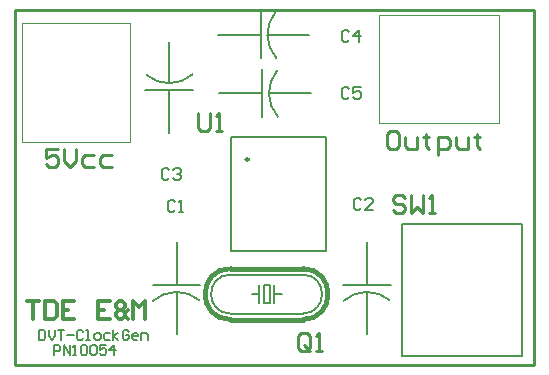
<source format=gto>
G04 Layer_Color=65535*
%FSLAX44Y44*%
%MOMM*%
G71*
G01*
G75*
%ADD14C,0.3000*%
%ADD15C,0.2540*%
%ADD25C,0.2000*%
%ADD26C,0.4064*%
%ADD27C,0.1524*%
%ADD28C,0.2500*%
%ADD29C,0.0500*%
%ADD30C,0.1500*%
D14*
X10640Y53885D02*
X20637D01*
X15638D01*
Y38890D01*
X25635Y53885D02*
Y38890D01*
X33133D01*
X35632Y41389D01*
Y51386D01*
X33133Y53885D01*
X25635D01*
X50627D02*
X40630D01*
Y38890D01*
X50627D01*
X40630Y46388D02*
X45629D01*
X80617Y53885D02*
X70621D01*
Y38890D01*
X80617D01*
X70621Y46388D02*
X75619D01*
X95612Y38890D02*
X93113Y41389D01*
X90614Y38890D01*
X88115D01*
X85616Y41389D01*
Y43888D01*
X88115Y46388D01*
X85616Y48887D01*
Y51386D01*
X88115Y53885D01*
X90614D01*
X93113Y51386D01*
Y48887D01*
X90614Y46388D01*
X93113Y43888D01*
Y41389D01*
X95612Y46388D02*
X93113Y43888D01*
X88115Y46388D02*
X90614D01*
X100611Y38890D02*
Y53885D01*
X105609Y48887D01*
X110608Y53885D01*
Y38890D01*
D15*
X36827Y182875D02*
X26670D01*
Y175257D01*
X31748Y177797D01*
X34288D01*
X36827Y175257D01*
Y170179D01*
X34288Y167640D01*
X29209D01*
X26670Y170179D01*
X41905Y182875D02*
Y172718D01*
X46983Y167640D01*
X52062Y172718D01*
Y182875D01*
X67297Y177797D02*
X59679D01*
X57140Y175257D01*
Y170179D01*
X59679Y167640D01*
X67297D01*
X82532Y177797D02*
X74914D01*
X72375Y175257D01*
Y170179D01*
X74914Y167640D01*
X82532D01*
X322578Y198115D02*
X317499D01*
X314960Y195576D01*
Y185419D01*
X317499Y182880D01*
X322578D01*
X325117Y185419D01*
Y195576D01*
X322578Y198115D01*
X330195Y193037D02*
Y185419D01*
X332734Y182880D01*
X340352D01*
Y193037D01*
X347969Y195576D02*
Y193037D01*
X345430D01*
X350508D01*
X347969D01*
Y185419D01*
X350508Y182880D01*
X358126Y177802D02*
Y193037D01*
X365744D01*
X368283Y190497D01*
Y185419D01*
X365744Y182880D01*
X358126D01*
X373361Y193037D02*
Y185419D01*
X375900Y182880D01*
X383518D01*
Y193037D01*
X391135Y195576D02*
Y193037D01*
X388596D01*
X393675D01*
X391135D01*
Y185419D01*
X393675Y182880D01*
X250187Y13969D02*
Y24126D01*
X247647Y26665D01*
X242569D01*
X240030Y24126D01*
Y13969D01*
X242569Y11430D01*
X247647D01*
X245108Y16508D02*
X250187Y11430D01*
X247647D02*
X250187Y13969D01*
X255265Y11430D02*
X260343D01*
X257804D01*
Y26665D01*
X255265Y24126D01*
X330197Y140966D02*
X327658Y143505D01*
X322579D01*
X320040Y140966D01*
Y138427D01*
X322579Y135887D01*
X327658D01*
X330197Y133348D01*
Y130809D01*
X327658Y128270D01*
X322579D01*
X320040Y130809D01*
X335275Y143505D02*
Y128270D01*
X340353Y133348D01*
X345432Y128270D01*
Y143505D01*
X350510Y128270D02*
X355588D01*
X353049D01*
Y143505D01*
X350510Y140966D01*
X154940Y213355D02*
Y200659D01*
X157479Y198120D01*
X162558D01*
X165097Y200659D01*
Y213355D01*
X170175Y198120D02*
X175253D01*
X172714D01*
Y213355D01*
X170175Y210816D01*
X0Y0D02*
X440000D01*
Y300000D01*
X0D02*
X440000D01*
X0Y0D02*
Y300000D01*
D25*
X156380Y54508D02*
G03*
X117022Y53821I-19284J-22981D01*
G01*
X317670Y54508D02*
G03*
X278312Y53821I-19284J-22981D01*
G01*
X111590Y245212D02*
G03*
X150948Y245899I19284J22981D01*
G01*
X221082Y298620D02*
G03*
X221769Y259262I22981J-19284D01*
G01*
X222352Y249090D02*
G03*
X223039Y209732I22981J-19284D01*
G01*
X137160Y67270D02*
Y103520D01*
Y26270D02*
Y61270D01*
X117160Y67270D02*
X157160D01*
X298450D02*
Y103520D01*
Y26270D02*
Y61270D01*
X278450Y67270D02*
X318450D01*
X130810Y196200D02*
Y232450D01*
Y238450D02*
Y273450D01*
X110810Y232450D02*
X150810D01*
X172070Y279400D02*
X208320D01*
X214320D02*
X249320D01*
X208320Y259400D02*
Y299400D01*
X173340Y229870D02*
X209590D01*
X215590D02*
X250590D01*
X209590Y209870D02*
Y249870D01*
X327660Y119380D02*
X429260D01*
X327660Y7620D02*
X429260D01*
X327660D02*
Y119380D01*
X429260Y7620D02*
Y119380D01*
X183220Y96230D02*
X263720D01*
X183220Y192880D02*
X263720D01*
Y96230D02*
Y192880D01*
X183220Y96230D02*
Y192880D01*
X136205Y137871D02*
X134538Y139537D01*
X131206D01*
X129540Y137871D01*
Y131206D01*
X131206Y129540D01*
X134538D01*
X136205Y131206D01*
X139537Y129540D02*
X142869D01*
X141203D01*
Y139537D01*
X139537Y137871D01*
X293685Y139141D02*
X292018Y140807D01*
X288686D01*
X287020Y139141D01*
Y132476D01*
X288686Y130810D01*
X292018D01*
X293685Y132476D01*
X303681Y130810D02*
X297017D01*
X303681Y137474D01*
Y139141D01*
X302015Y140807D01*
X298683D01*
X297017Y139141D01*
X131124Y164541D02*
X129458Y166207D01*
X126126D01*
X124460Y164541D01*
Y157876D01*
X126126Y156210D01*
X129458D01*
X131124Y157876D01*
X134457Y164541D02*
X136123Y166207D01*
X139455D01*
X141121Y164541D01*
Y162875D01*
X139455Y161208D01*
X137789D01*
X139455D01*
X141121Y159542D01*
Y157876D01*
X139455Y156210D01*
X136123D01*
X134457Y157876D01*
X283524Y281381D02*
X281858Y283047D01*
X278526D01*
X276860Y281381D01*
Y274716D01*
X278526Y273050D01*
X281858D01*
X283524Y274716D01*
X291855Y273050D02*
Y283047D01*
X286857Y278048D01*
X293521D01*
X283524Y233121D02*
X281858Y234787D01*
X278526D01*
X276860Y233121D01*
Y226456D01*
X278526Y224790D01*
X281858D01*
X283524Y226456D01*
X293521Y234787D02*
X286857D01*
Y229788D01*
X290189Y231455D01*
X291855D01*
X293521Y229788D01*
Y226456D01*
X291855Y224790D01*
X288523D01*
X286857Y226456D01*
D26*
X182880Y81280D02*
G03*
X182880Y38100I0J-21590D01*
G01*
X243840D02*
G03*
X243840Y81280I0J21590D01*
G01*
X182880Y38100D02*
X243840D01*
X182880Y81280D02*
X243840D01*
D27*
X182880Y76200D02*
G03*
X182880Y43180I0J-16510D01*
G01*
X243840D02*
G03*
X243840Y76200I0J16510D01*
G01*
X182880Y43180D02*
X243840D01*
X182880Y76200D02*
X243840D01*
X210820Y67310D02*
X215900D01*
Y52070D02*
Y67310D01*
X210820Y52070D02*
X215900D01*
X210820D02*
Y67310D01*
X219710Y59690D02*
Y67310D01*
Y52070D02*
Y59690D01*
X207010D02*
Y67310D01*
Y52070D02*
Y59690D01*
X219710D02*
X226060D01*
X200660D02*
X207010D01*
D28*
X198220Y173780D02*
G03*
X198220Y173780I-1250J0D01*
G01*
D29*
X98070Y188160D02*
Y289360D01*
X6070D02*
X98070D01*
X6070Y188160D02*
Y289360D01*
Y188160D02*
X98070D01*
X308810Y204190D02*
X410010D01*
Y296190D01*
X308810D02*
X410010D01*
X308810Y204190D02*
Y296190D01*
D30*
X33500Y8410D02*
Y16407D01*
X37499D01*
X38832Y15074D01*
Y12409D01*
X37499Y11076D01*
X33500D01*
X41497Y8410D02*
Y16407D01*
X46829Y8410D01*
Y16407D01*
X49495Y8410D02*
X52161D01*
X50828D01*
Y16407D01*
X49495Y15074D01*
X56159D02*
X57492Y16407D01*
X60158D01*
X61491Y15074D01*
Y9743D01*
X60158Y8410D01*
X57492D01*
X56159Y9743D01*
Y15074D01*
X64157D02*
X65490Y16407D01*
X68155D01*
X69488Y15074D01*
Y9743D01*
X68155Y8410D01*
X65490D01*
X64157Y9743D01*
Y15074D01*
X77486Y16407D02*
X72154D01*
Y12409D01*
X74820Y13742D01*
X76153D01*
X77486Y12409D01*
Y9743D01*
X76153Y8410D01*
X73487D01*
X72154Y9743D01*
X84150Y8410D02*
Y16407D01*
X80152Y12409D01*
X85483D01*
X20800Y29107D02*
Y21110D01*
X24799D01*
X26132Y22443D01*
Y27775D01*
X24799Y29107D01*
X20800D01*
X28797D02*
Y23776D01*
X31463Y21110D01*
X34129Y23776D01*
Y29107D01*
X36795D02*
X42126D01*
X39461D01*
Y21110D01*
X44792Y25109D02*
X50124D01*
X58121Y27775D02*
X56788Y29107D01*
X54123D01*
X52790Y27775D01*
Y22443D01*
X54123Y21110D01*
X56788D01*
X58121Y22443D01*
X60787Y21110D02*
X63453D01*
X62120D01*
Y29107D01*
X60787D01*
X68784Y21110D02*
X71450D01*
X72783Y22443D01*
Y25109D01*
X71450Y26442D01*
X68784D01*
X67452Y25109D01*
Y22443D01*
X68784Y21110D01*
X80781Y26442D02*
X76782D01*
X75449Y25109D01*
Y22443D01*
X76782Y21110D01*
X80781D01*
X83447D02*
Y29107D01*
Y23776D02*
X87445Y26442D01*
X83447Y23776D02*
X87445Y21110D01*
X96776Y27775D02*
X95443Y29107D01*
X92777D01*
X91444Y27775D01*
Y22443D01*
X92777Y21110D01*
X95443D01*
X96776Y22443D01*
Y25109D01*
X94110D01*
X103440Y21110D02*
X100774D01*
X99441Y22443D01*
Y25109D01*
X100774Y26442D01*
X103440D01*
X104773Y25109D01*
Y23776D01*
X99441D01*
X107439Y21110D02*
Y26442D01*
X111437D01*
X112770Y25109D01*
Y21110D01*
M02*

</source>
